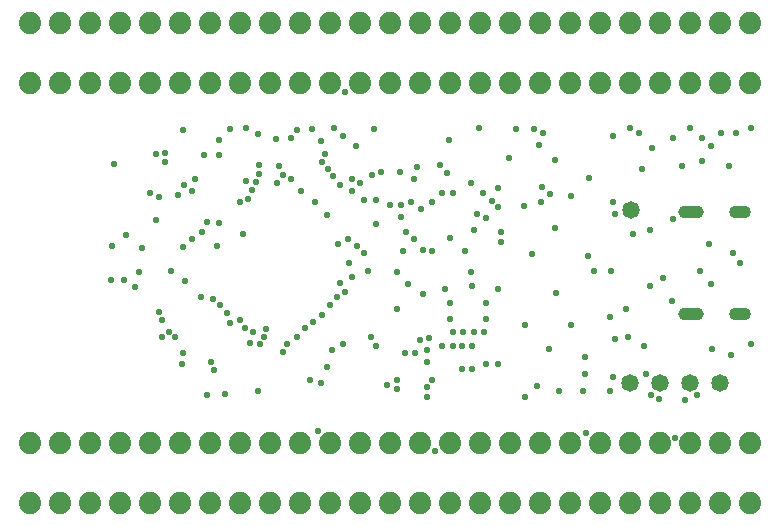
<source format=gbr>
%TF.GenerationSoftware,Altium Limited,Altium Designer,19.0.15 (446)*%
G04 Layer_Color=16711935*
%FSLAX45Y45*%
%MOMM*%
%TF.FileFunction,Soldermask,Bot*%
%TF.Part,Single*%
G01*
G75*
%TA.AperFunction,SMDPad,CuDef*%
%ADD44C,1.48000*%
%TA.AperFunction,ComponentPad*%
%ADD45C,1.88000*%
G04:AMPARAMS|DCode=46|XSize=1.08mm|YSize=1.88mm|CornerRadius=0.54mm|HoleSize=0mm|Usage=FLASHONLY|Rotation=90.000|XOffset=0mm|YOffset=0mm|HoleType=Round|Shape=RoundedRectangle|*
%AMROUNDEDRECTD46*
21,1,1.08000,0.80000,0,0,90.0*
21,1,0.00000,1.88000,0,0,90.0*
1,1,1.08000,0.40000,0.00000*
1,1,1.08000,0.40000,0.00000*
1,1,1.08000,-0.40000,0.00000*
1,1,1.08000,-0.40000,0.00000*
%
%ADD46ROUNDEDRECTD46*%
G04:AMPARAMS|DCode=47|XSize=1.08mm|YSize=2.18mm|CornerRadius=0.54mm|HoleSize=0mm|Usage=FLASHONLY|Rotation=90.000|XOffset=0mm|YOffset=0mm|HoleType=Round|Shape=RoundedRectangle|*
%AMROUNDEDRECTD47*
21,1,1.08000,1.10000,0,0,90.0*
21,1,0.00000,2.18000,0,0,90.0*
1,1,1.08000,0.55000,0.00000*
1,1,1.08000,0.55000,0.00000*
1,1,1.08000,-0.55000,0.00000*
1,1,1.08000,-0.55000,0.00000*
%
%ADD47ROUNDEDRECTD47*%
%ADD48C,0.08000*%
%TA.AperFunction,ViaPad*%
%ADD49C,0.58000*%
D44*
X12192000Y6096000D02*
D03*
X11938000D02*
D03*
X11684000D02*
D03*
X11430000D02*
D03*
X11443656Y7565790D02*
D03*
D45*
X7112000Y8636000D02*
D03*
X6604000D02*
D03*
X6858000D02*
D03*
X6350000D02*
D03*
X7366000D02*
D03*
X7874000D02*
D03*
X7620000D02*
D03*
X9652000D02*
D03*
X9398000D02*
D03*
X9906000D02*
D03*
X10160000D02*
D03*
X9144000D02*
D03*
X8890000D02*
D03*
X8382000D02*
D03*
X8636000D02*
D03*
X8128000D02*
D03*
X10414000D02*
D03*
X10922000D02*
D03*
X10668000D02*
D03*
X11176000D02*
D03*
X11430000D02*
D03*
X12446000D02*
D03*
X12192000D02*
D03*
X11684000D02*
D03*
X11938000D02*
D03*
X7112000Y5080000D02*
D03*
X6604000D02*
D03*
X6858000D02*
D03*
X6350000D02*
D03*
X7366000D02*
D03*
X7874000D02*
D03*
X7620000D02*
D03*
X9652000D02*
D03*
X9398000D02*
D03*
X9906000D02*
D03*
X10160000D02*
D03*
X9144000D02*
D03*
X8890000D02*
D03*
X8382000D02*
D03*
X8636000D02*
D03*
X8128000D02*
D03*
X10414000D02*
D03*
X10922000D02*
D03*
X10668000D02*
D03*
X11176000D02*
D03*
X11430000D02*
D03*
X12446000D02*
D03*
X12192000D02*
D03*
X11684000D02*
D03*
X11938000D02*
D03*
X7112000Y9144000D02*
D03*
X6604000D02*
D03*
X6858000D02*
D03*
X6350000D02*
D03*
X7366000D02*
D03*
X7874000D02*
D03*
X7620000D02*
D03*
X9652000D02*
D03*
X9398000D02*
D03*
X9906000D02*
D03*
X10160000D02*
D03*
X9144000D02*
D03*
X8890000D02*
D03*
X8382000D02*
D03*
X8636000D02*
D03*
X8128000D02*
D03*
X10414000D02*
D03*
X10922000D02*
D03*
X10668000D02*
D03*
X11176000D02*
D03*
X11430000D02*
D03*
X12446000D02*
D03*
X12192000D02*
D03*
X11684000D02*
D03*
X11938000D02*
D03*
X7112000Y5588000D02*
D03*
X6604000D02*
D03*
X6858000D02*
D03*
X6350000D02*
D03*
X7366000D02*
D03*
X7874000D02*
D03*
X7620000D02*
D03*
X9652000D02*
D03*
X9398000D02*
D03*
X9906000D02*
D03*
X10160000D02*
D03*
X9144000D02*
D03*
X8890000D02*
D03*
X8382000D02*
D03*
X8636000D02*
D03*
X8128000D02*
D03*
X10414000D02*
D03*
X10922000D02*
D03*
X10668000D02*
D03*
X11176000D02*
D03*
X11430000D02*
D03*
X12446000D02*
D03*
X12192000D02*
D03*
X11684000D02*
D03*
X11938000D02*
D03*
D46*
X12366250Y7544000D02*
D03*
Y6680000D02*
D03*
D47*
X11948250Y7544000D02*
D03*
Y6680000D02*
D03*
D48*
X11998250Y6823000D02*
D03*
Y7401000D02*
D03*
D49*
X7937500Y7255026D02*
D03*
X7848600Y7461728D02*
D03*
X7810500Y7378700D02*
D03*
X8155691Y7362703D02*
D03*
X7416400Y8035100D02*
D03*
X10210800Y6260144D02*
D03*
X9604678Y7320596D02*
D03*
X8559800Y7823200D02*
D03*
X8458200Y7933500D02*
D03*
X8496300Y7861300D02*
D03*
X8441196Y7790231D02*
D03*
X8293100Y7868604D02*
D03*
X8267700Y7797200D02*
D03*
X8229600Y7734300D02*
D03*
X8199321Y7658100D02*
D03*
X8961321Y7277100D02*
D03*
X9217786Y7048500D02*
D03*
X9679197Y6855969D02*
D03*
X8953500Y6823000D02*
D03*
X8890000Y6756400D02*
D03*
X8826500Y6673594D02*
D03*
X8750300Y6616700D02*
D03*
X9017000Y6870700D02*
D03*
X9653038Y6461886D02*
D03*
X9055100Y7112925D02*
D03*
X9459131Y7036865D02*
D03*
X10690330Y7760656D02*
D03*
X10756900Y7696200D02*
D03*
X9902040Y8154176D02*
D03*
X10341808Y7291314D02*
D03*
X11054131Y6172200D02*
D03*
X10796630Y7408985D02*
D03*
X10803541Y6860547D02*
D03*
X11048044Y6314970D02*
D03*
X10677358Y7631730D02*
D03*
X11078574Y7175666D02*
D03*
X12366250Y7112925D02*
D03*
X11305300Y6469275D02*
D03*
X11413639Y6492114D02*
D03*
X11462006Y7356997D02*
D03*
X11998250Y5997697D02*
D03*
X11274302Y7046685D02*
D03*
X11680470Y5963100D02*
D03*
X11290300Y6146966D02*
D03*
X11531600Y7912100D02*
D03*
X8978900Y6946900D02*
D03*
X9728200Y6477000D02*
D03*
X11811980Y5637159D02*
D03*
X11568981Y6172200D02*
D03*
X11061700Y5676900D02*
D03*
X10316574Y6261100D02*
D03*
X9279466Y6413500D02*
D03*
X9715500Y6375400D02*
D03*
Y6273800D02*
D03*
X9760019Y6121400D02*
D03*
X9525000Y6350000D02*
D03*
X9004300Y6426106D02*
D03*
X9715500Y5981700D02*
D03*
X8910800Y6375400D02*
D03*
X9715500Y6060970D02*
D03*
X8677550Y6565900D02*
D03*
X8610600Y6487100D02*
D03*
X8864600Y6237464D02*
D03*
X8525150Y6426200D02*
D03*
X7848600Y5994400D02*
D03*
X8497881Y6362700D02*
D03*
X8820406Y6096000D02*
D03*
X8724900Y6121400D02*
D03*
X9779000Y5524500D02*
D03*
X8284216Y6032500D02*
D03*
X8348316Y6556270D02*
D03*
X8788400Y5688644D02*
D03*
X8216900Y6438900D02*
D03*
X8331569Y6489700D02*
D03*
X8296600Y6426106D02*
D03*
X7886700Y6273800D02*
D03*
X8242300Y6532173D02*
D03*
X8176754Y6565000D02*
D03*
X8128000Y6629400D02*
D03*
X8049660Y6604000D02*
D03*
X8019500Y6692900D02*
D03*
X7962900Y6756400D02*
D03*
X7899400Y6807200D02*
D03*
X7802173Y6823000D02*
D03*
X7638096Y6261100D02*
D03*
X7645400Y6350000D02*
D03*
X7581900Y6487100D02*
D03*
X7531100Y6527800D02*
D03*
X7467600Y6487100D02*
D03*
X7035800Y6972300D02*
D03*
X7150100Y6971728D02*
D03*
X7277100Y7035800D02*
D03*
X7467600Y6629400D02*
D03*
X7448619Y6703100D02*
D03*
X7663840Y6960996D02*
D03*
X7549941Y7046685D02*
D03*
X7239000Y6914010D02*
D03*
X7302500Y7239000D02*
D03*
X7493000Y8048500D02*
D03*
X7442200Y7670800D02*
D03*
X7721600Y7320596D02*
D03*
X7645400Y8242300D02*
D03*
Y7251700D02*
D03*
X7416800Y7480300D02*
D03*
X7747000Y7823200D02*
D03*
X7658100Y7772400D02*
D03*
X7607300Y7691827D02*
D03*
X7721600Y7727950D02*
D03*
X8128000Y7629630D02*
D03*
X7950200Y7454900D02*
D03*
X9017956Y8559800D02*
D03*
X8432966Y8166100D02*
D03*
X8610600Y8242300D02*
D03*
X8293100Y7944431D02*
D03*
X8178800Y8255000D02*
D03*
X8280400Y8204200D02*
D03*
X8178800Y7810500D02*
D03*
X7950200Y8026400D02*
D03*
X8559800Y8173359D02*
D03*
X8820406Y8143800D02*
D03*
X8851900Y8039100D02*
D03*
X8737298Y8246417D02*
D03*
X8826500Y7969800D02*
D03*
X8928100Y8255000D02*
D03*
X9004300Y8193000D02*
D03*
X9114397Y8108950D02*
D03*
X9575800Y7629630D02*
D03*
X9283700Y7645400D02*
D03*
X9182100D02*
D03*
X9401071Y7603439D02*
D03*
X9080500Y7721600D02*
D03*
X8978900Y7772400D02*
D03*
X8915400Y7848600D02*
D03*
X9080500Y7823200D02*
D03*
X9496529Y7603439D02*
D03*
X9537700Y7378700D02*
D03*
X9144000Y7791100D02*
D03*
X8877300Y7911579D02*
D03*
X8648700Y7724897D02*
D03*
X10156062Y8255000D02*
D03*
X8763000Y7632700D02*
D03*
X9245600Y7861300D02*
D03*
X9321800Y7886700D02*
D03*
X10464800Y8253110D02*
D03*
X8864600Y7521727D02*
D03*
X10617200Y8253110D02*
D03*
X9601200Y7823200D02*
D03*
X10693400Y8216900D02*
D03*
X10083800Y7791100D02*
D03*
X10541000Y5981700D02*
D03*
X10642600Y6073100D02*
D03*
X10833100Y6031000D02*
D03*
X11036300Y6032500D02*
D03*
X11264900Y6031000D02*
D03*
X11607800Y5994400D02*
D03*
X11895750Y5956300D02*
D03*
X12292100Y6337300D02*
D03*
X12460200Y6426106D02*
D03*
X12125025Y6390751D02*
D03*
X11710030Y6987000D02*
D03*
X12460200Y8254721D02*
D03*
X12268200Y7933500D02*
D03*
X12039600Y7978670D02*
D03*
X11796980Y8175730D02*
D03*
X11620500Y8089900D02*
D03*
X11290300Y8193753D02*
D03*
X10795000Y7987300D02*
D03*
X10662939Y8117281D02*
D03*
X10410200Y8001000D02*
D03*
X9822750Y7944431D02*
D03*
X9753353Y7629630D02*
D03*
X9663200Y7569200D02*
D03*
X9867900Y6896233D02*
D03*
X10312470Y6897000D02*
D03*
X10096500Y6921081D02*
D03*
X10033000Y7219340D02*
D03*
X10083800Y7035800D02*
D03*
X10107900Y7391307D02*
D03*
X9880600Y7874000D02*
D03*
X9496529Y7506727D02*
D03*
X10312470Y7747000D02*
D03*
X9842500Y7708900D02*
D03*
X9042400Y7320596D02*
D03*
X10185400Y7708900D02*
D03*
X9931427D02*
D03*
X11430000Y8254721D02*
D03*
X10261600Y7642330D02*
D03*
X10134600Y7529437D02*
D03*
X10312400Y7589783D02*
D03*
X10210800Y7493000D02*
D03*
X9283700Y7442200D02*
D03*
X9262600Y8246417D02*
D03*
X9626600Y7924800D02*
D03*
X9486900Y7886700D02*
D03*
X11506200Y8216900D02*
D03*
X9906000Y7327000D02*
D03*
X9760019Y7213600D02*
D03*
X9118600Y7262900D02*
D03*
X10337800Y7378700D02*
D03*
X9182100Y7200900D02*
D03*
X11938000Y8255000D02*
D03*
X9080500Y6997700D02*
D03*
X7912100Y6211182D02*
D03*
X8001000Y6007100D02*
D03*
X10198100Y6527800D02*
D03*
X10109200Y6532173D02*
D03*
X10020300D02*
D03*
X9931400D02*
D03*
X10096500Y6410430D02*
D03*
X10013500D02*
D03*
X9931400D02*
D03*
X9842500D02*
D03*
X9374100Y6083300D02*
D03*
X9459407Y6045200D02*
D03*
Y6121400D02*
D03*
X9613900Y6350000D02*
D03*
X9244100Y6491421D02*
D03*
X9461500Y6726627D02*
D03*
X9550400Y6938759D02*
D03*
X7048500Y7262900D02*
D03*
X7162800Y7355952D02*
D03*
X7366000Y7708900D02*
D03*
X7061200Y7950200D02*
D03*
X7493000Y7965970D02*
D03*
X7823200Y8026400D02*
D03*
X7950200Y8153400D02*
D03*
X8049660Y8246417D02*
D03*
X11303000Y7531100D02*
D03*
X11606300Y7391307D02*
D03*
X11125200Y7048500D02*
D03*
X11264900Y6654800D02*
D03*
X12103100Y7277100D02*
D03*
X12306300Y7202400D02*
D03*
X12026900Y7048500D02*
D03*
X12118800Y6934200D02*
D03*
X10536627Y7594600D02*
D03*
X11553930Y6410430D02*
D03*
X10604500Y7188200D02*
D03*
X9512300Y7213600D02*
D03*
X9677400Y7226300D02*
D03*
X10096500Y6213974D02*
D03*
X10013500D02*
D03*
X10210800Y6638238D02*
D03*
Y6772170D02*
D03*
X9906000D02*
D03*
Y6638238D02*
D03*
X10934700Y6591300D02*
D03*
X11874500Y7937500D02*
D03*
X10934700Y7683500D02*
D03*
X12039600Y8175730D02*
D03*
X12115800Y8108950D02*
D03*
X12204700Y8216900D02*
D03*
X12331700D02*
D03*
X11798300Y7491115D02*
D03*
X11785600Y6792000D02*
D03*
X11398639Y6726627D02*
D03*
X11606300Y6921081D02*
D03*
X10541000Y6591300D02*
D03*
X10744200Y6388100D02*
D03*
X11087100Y7832281D02*
D03*
X11290300Y7629630D02*
D03*
%TF.MD5,6e84d7f46f3c50e6126658b0c08cb783*%
M02*

</source>
